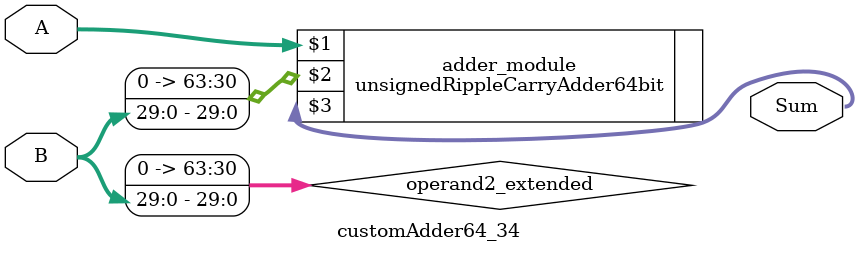
<source format=v>
module customAdder64_34(
                        input [63 : 0] A,
                        input [29 : 0] B,
                        
                        output [64 : 0] Sum
                );

        wire [63 : 0] operand2_extended;
        
        assign operand2_extended =  {34'b0, B};
        
        unsignedRippleCarryAdder64bit adder_module(
            A,
            operand2_extended,
            Sum
        );
        
        endmodule
        
</source>
